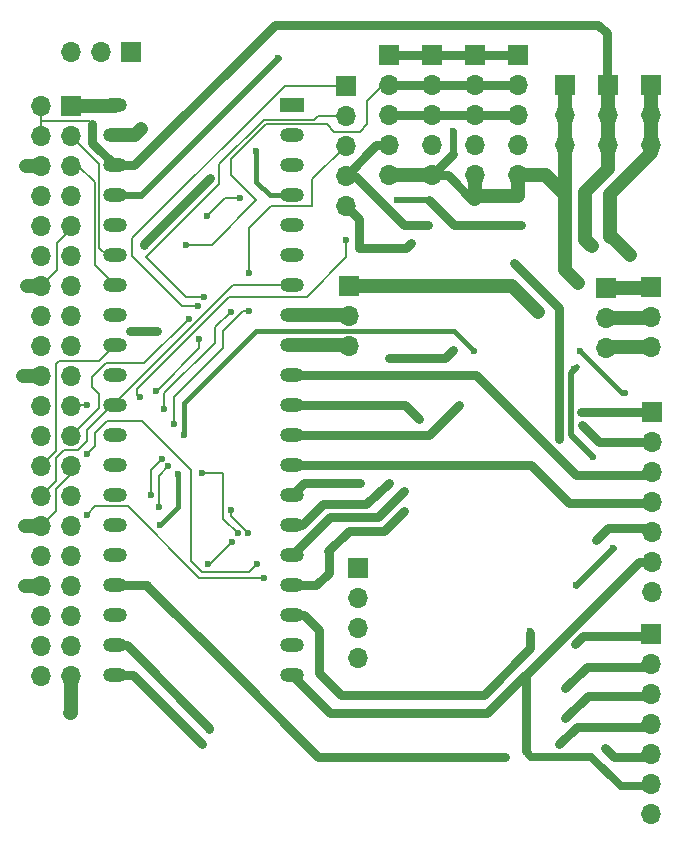
<source format=gtl>
G04 #@! TF.GenerationSoftware,KiCad,Pcbnew,8.0.5*
G04 #@! TF.CreationDate,2024-10-14T11:26:21+05:00*
G04 #@! TF.ProjectId,2floor_for_orange_pi,32666c6f-6f72-45f6-966f-725f6f72616e,rev?*
G04 #@! TF.SameCoordinates,Original*
G04 #@! TF.FileFunction,Copper,L1,Top*
G04 #@! TF.FilePolarity,Positive*
%FSLAX46Y46*%
G04 Gerber Fmt 4.6, Leading zero omitted, Abs format (unit mm)*
G04 Created by KiCad (PCBNEW 8.0.5) date 2024-10-14 11:26:21*
%MOMM*%
%LPD*%
G01*
G04 APERTURE LIST*
G04 #@! TA.AperFunction,ComponentPad*
%ADD10R,1.700000X1.700000*%
G04 #@! TD*
G04 #@! TA.AperFunction,ComponentPad*
%ADD11O,1.700000X1.700000*%
G04 #@! TD*
G04 #@! TA.AperFunction,ComponentPad*
%ADD12R,2.000000X1.200000*%
G04 #@! TD*
G04 #@! TA.AperFunction,ComponentPad*
%ADD13O,2.000000X1.200000*%
G04 #@! TD*
G04 #@! TA.AperFunction,ViaPad*
%ADD14C,0.600000*%
G04 #@! TD*
G04 #@! TA.AperFunction,Conductor*
%ADD15C,0.800000*%
G04 #@! TD*
G04 #@! TA.AperFunction,Conductor*
%ADD16C,0.200000*%
G04 #@! TD*
G04 #@! TA.AperFunction,Conductor*
%ADD17C,1.200000*%
G04 #@! TD*
G04 #@! TA.AperFunction,Conductor*
%ADD18C,0.600000*%
G04 #@! TD*
G04 #@! TA.AperFunction,Conductor*
%ADD19C,0.400000*%
G04 #@! TD*
G04 #@! TA.AperFunction,Conductor*
%ADD20C,0.500000*%
G04 #@! TD*
G04 #@! TA.AperFunction,Conductor*
%ADD21C,0.700000*%
G04 #@! TD*
G04 APERTURE END LIST*
D10*
G04 #@! TO.P,J8,1*
G04 #@! TO.N,GND*
X74500000Y-39320000D03*
D11*
G04 #@! TO.P,J8,2*
G04 #@! TO.N,unconnected-(J8-Pad2)*
X74500000Y-41860000D03*
G04 #@! TO.P,J8,3*
G04 #@! TO.N,unconnected-(J8-Pad3)*
X74500000Y-44400000D03*
G04 #@! TD*
D10*
G04 #@! TO.P,J1,1,3V3*
G04 #@! TO.N,+3V3*
X25430000Y-23930000D03*
D11*
G04 #@! TO.P,J1,2,5V*
G04 #@! TO.N,+5V*
X22890000Y-23930000D03*
G04 #@! TO.P,J1,3,(PA12)/TWI0_SDA*
G04 #@! TO.N,Net-(J1-(PA12){slash}TWI0_SDA)*
X25430000Y-26470000D03*
G04 #@! TO.P,J1,4,5V*
G04 #@! TO.N,+5V*
X22890000Y-26470000D03*
G04 #@! TO.P,J1,5,(PA11)/TWI0_SCK*
G04 #@! TO.N,Net-(J1-(PA11){slash}TWI0_SCK)*
X25430000Y-29010000D03*
G04 #@! TO.P,J1,6,GND*
G04 #@! TO.N,GND*
X22890000Y-29010000D03*
G04 #@! TO.P,J1,7,(PA6)/PWM1*
G04 #@! TO.N,unconnected-(J1-(PA6){slash}PWM1-Pad7)*
X25430000Y-31550000D03*
G04 #@! TO.P,J1,8,(PA13)/UART3_TX*
G04 #@! TO.N,unconnected-(J1-(PA13){slash}UART3_TX-Pad8)*
X22890000Y-31550000D03*
G04 #@! TO.P,J1,9,GND*
G04 #@! TO.N,GND*
X25430000Y-34090000D03*
G04 #@! TO.P,J1,10,(PA14)/UART3_RX*
G04 #@! TO.N,unconnected-(J1-(PA14){slash}UART3_RX-Pad10)*
X22890000Y-34090000D03*
G04 #@! TO.P,J1,11,(PA1)/UART2_RX*
G04 #@! TO.N,unconnected-(J1-(PA1){slash}UART2_RX-Pad11)*
X25430000Y-36630000D03*
G04 #@! TO.P,J1,12,(PD14)/PD14*
G04 #@! TO.N,unconnected-(J1-(PD14){slash}PD14-Pad12)*
X22890000Y-36630000D03*
G04 #@! TO.P,J1,13,(PA0)/UART2_TX*
G04 #@! TO.N,unconnected-(J1-(PA0){slash}UART2_TX-Pad13)*
X25430000Y-39170000D03*
G04 #@! TO.P,J1,14,GND*
G04 #@! TO.N,GND*
X22890000Y-39170000D03*
G04 #@! TO.P,J1,15,(PA3)/UART2_CTS*
G04 #@! TO.N,unconnected-(J1-(PA3){slash}UART2_CTS-Pad15)*
X25430000Y-41710000D03*
G04 #@! TO.P,J1,16,(PC4)/PC4*
G04 #@! TO.N,unconnected-(J1-(PC4){slash}PC4-Pad16)*
X22890000Y-41710000D03*
G04 #@! TO.P,J1,17,3V3*
G04 #@! TO.N,+3V3*
X25430000Y-44250000D03*
G04 #@! TO.P,J1,18,(PC7)/CAN_RX*
G04 #@! TO.N,unconnected-(J1-(PC7){slash}CAN_RX-Pad18)*
X22890000Y-44250000D03*
G04 #@! TO.P,J1,19,(PC0)/SPI0_MOSI*
G04 #@! TO.N,Net-(J1-(PC0){slash}SPI0_MOSI)*
X25430000Y-46790000D03*
G04 #@! TO.P,J1,20,GND*
G04 #@! TO.N,GND*
X22890000Y-46790000D03*
G04 #@! TO.P,J1,21,(PC1)/SPI0_MISO*
G04 #@! TO.N,Net-(J1-(PC1){slash}SPI0_MISO)*
X25430000Y-49330000D03*
G04 #@! TO.P,J1,22,(PA2)/UART2_RTS*
G04 #@! TO.N,unconnected-(J1-(PA2){slash}UART2_RTS-Pad22)*
X22890000Y-49330000D03*
G04 #@! TO.P,J1,23,(PC2)/SPI0_SCK*
G04 #@! TO.N,Net-(J1-(PC2){slash}SPI0_SCK)*
X25430000Y-51870000D03*
G04 #@! TO.P,J1,24,(PC3}/SPI0_CS*
G04 #@! TO.N,Net-(J1-(PC3}{slash}SPI0_CS)*
X22890000Y-51870000D03*
G04 #@! TO.P,J1,25,GND*
G04 #@! TO.N,GND*
X25430000Y-54410000D03*
G04 #@! TO.P,J1,26,(PA21)*
G04 #@! TO.N,/PCM0_DIN*
X22890000Y-54410000D03*
G04 #@! TO.P,J1,27,(PA19)*
G04 #@! TO.N,/PCM0_CLCK*
X25430000Y-56950000D03*
G04 #@! TO.P,J1,28,(PA18)*
G04 #@! TO.N,/PCM0_SYNC*
X22890000Y-56950000D03*
G04 #@! TO.P,J1,29,(PA7)/PA7*
G04 #@! TO.N,unconnected-(J1-(PA7){slash}PA7-Pad29)*
X25430000Y-59490000D03*
G04 #@! TO.P,J1,30,GND*
G04 #@! TO.N,GND*
X22890000Y-59490000D03*
G04 #@! TO.P,J1,31,(PA8)/PA8*
G04 #@! TO.N,unconnected-(J1-(PA8){slash}PA8-Pad31)*
X25430000Y-62030000D03*
G04 #@! TO.P,J1,32,(PG8)/UART1_RTS*
G04 #@! TO.N,unconnected-(J1-(PG8){slash}UART1_RTS-Pad32)*
X22890000Y-62030000D03*
G04 #@! TO.P,J1,33,(PA9)/PA9*
G04 #@! TO.N,unconnected-(J1-(PA9){slash}PA9-Pad33)*
X25430000Y-64570000D03*
G04 #@! TO.P,J1,34,GND*
G04 #@! TO.N,GND*
X22890000Y-64570000D03*
G04 #@! TO.P,J1,35,(PA10)/PA10*
G04 #@! TO.N,unconnected-(J1-(PA10){slash}PA10-Pad35)*
X25430000Y-67110000D03*
G04 #@! TO.P,J1,36,(PG9)/UART1_CTS*
G04 #@! TO.N,unconnected-(J1-(PG9){slash}UART1_CTS-Pad36)*
X22890000Y-67110000D03*
G04 #@! TO.P,J1,37,(PA20)/PA20*
G04 #@! TO.N,/PCM0_DOUT*
X25430000Y-69650000D03*
G04 #@! TO.P,J1,38,(PG6)/UART1_TX*
G04 #@! TO.N,unconnected-(J1-(PG6){slash}UART1_TX-Pad38)*
X22890000Y-69650000D03*
G04 #@! TO.P,J1,39,GND*
G04 #@! TO.N,GND*
X25430000Y-72190000D03*
G04 #@! TO.P,J1,40,(PG7)/UART1_RX*
G04 #@! TO.N,unconnected-(J1-(PG7){slash}UART1_RX-Pad40)*
X22890000Y-72190000D03*
G04 #@! TD*
D10*
G04 #@! TO.P,J16,1*
G04 #@! TO.N,/SPI5_SCK*
X63230000Y-19670000D03*
D11*
G04 #@! TO.P,J16,2*
G04 #@! TO.N,/SPI5_MOSI*
X63230000Y-22210000D03*
G04 #@! TO.P,J16,3*
G04 #@! TO.N,/SPI5_MISO*
X63230000Y-24750000D03*
G04 #@! TO.P,J16,4*
G04 #@! TO.N,/SPI5_CS3*
X63230000Y-27290000D03*
G04 #@! TO.P,J16,5*
G04 #@! TO.N,GND*
X63230000Y-29830000D03*
G04 #@! TD*
D10*
G04 #@! TO.P,J7,1*
G04 #@! TO.N,GND*
X48910000Y-39190000D03*
D11*
G04 #@! TO.P,J7,2*
G04 #@! TO.N,/UART_TX*
X48910000Y-41730000D03*
G04 #@! TO.P,J7,3*
G04 #@! TO.N,/UART_RX*
X48910000Y-44270000D03*
G04 #@! TD*
D10*
G04 #@! TO.P,J9,1*
G04 #@! TO.N,GND*
X70740000Y-39340000D03*
D11*
G04 #@! TO.P,J9,2*
G04 #@! TO.N,unconnected-(J8-Pad2)*
X70740000Y-41880000D03*
G04 #@! TO.P,J9,3*
G04 #@! TO.N,unconnected-(J8-Pad3)*
X70740000Y-44420000D03*
G04 #@! TD*
D10*
G04 #@! TO.P,J17,1*
G04 #@! TO.N,Net-(U1-C14)*
X30480000Y-19430000D03*
D11*
G04 #@! TO.P,J17,2*
G04 #@! TO.N,Net-(U1-C15)*
X27940000Y-19430000D03*
G04 #@! TO.P,J17,3*
G04 #@! TO.N,Net-(U1-B9)*
X25400000Y-19430000D03*
G04 #@! TD*
D12*
G04 #@! TO.P,U1,1,VBat*
G04 #@! TO.N,unconnected-(U1-VBat-Pad1)*
X44120000Y-23910000D03*
D13*
G04 #@! TO.P,U1,2,PC13*
G04 #@! TO.N,unconnected-(U1-PC13-Pad2)*
X44120000Y-26450000D03*
G04 #@! TO.P,U1,3,C14*
G04 #@! TO.N,Net-(U1-C14)*
X44120000Y-28990000D03*
G04 #@! TO.P,U1,4,C15*
G04 #@! TO.N,Net-(U1-C15)*
X44120000Y-31530000D03*
G04 #@! TO.P,U1,5,RST*
G04 #@! TO.N,unconnected-(U1-RST-Pad5)*
X44120000Y-34070000D03*
G04 #@! TO.P,U1,6,A0*
G04 #@! TO.N,unconnected-(U1-A0-Pad6)*
X44120000Y-36610000D03*
G04 #@! TO.P,U1,7,A1*
G04 #@! TO.N,/PCM0_SYNC*
X44120000Y-39150000D03*
G04 #@! TO.P,U1,8,A2*
G04 #@! TO.N,/UART_TX*
X44120000Y-41690000D03*
G04 #@! TO.P,U1,9,A3*
G04 #@! TO.N,/UART_RX*
X44120000Y-44230000D03*
G04 #@! TO.P,U1,10,A4*
G04 #@! TO.N,/I2S1_LRCK*
X44120000Y-46770000D03*
G04 #@! TO.P,U1,11,A5*
G04 #@! TO.N,/I2S1_BCK*
X44120000Y-49310000D03*
G04 #@! TO.P,U1,12,A6*
G04 #@! TO.N,/I2S2_SCK*
X44120000Y-51850000D03*
G04 #@! TO.P,U1,13,A7*
G04 #@! TO.N,/I2S1_Data_Out*
X44120000Y-54390000D03*
G04 #@! TO.P,U1,14,B0*
G04 #@! TO.N,/SPI5_SCK*
X44120000Y-56930000D03*
G04 #@! TO.P,U1,15,B1*
G04 #@! TO.N,/SPI5_CS1*
X44120000Y-59470000D03*
G04 #@! TO.P,U1,16,B2*
G04 #@! TO.N,/ST7735_RES*
X44120000Y-62010000D03*
G04 #@! TO.P,U1,17,B10*
G04 #@! TO.N,/ST7735_CS*
X44120000Y-64550000D03*
G04 #@! TO.P,U1,18,3V3*
G04 #@! TO.N,+3V3*
X44120000Y-67090000D03*
G04 #@! TO.P,U1,19,G*
G04 #@! TO.N,GND*
X44120000Y-69630000D03*
G04 #@! TO.P,U1,20,5v*
G04 #@! TO.N,+5V*
X44120000Y-72170000D03*
G04 #@! TO.P,U1,21,B12*
G04 #@! TO.N,/I2S2_LRCK*
X29120000Y-72170000D03*
G04 #@! TO.P,U1,22,B13*
G04 #@! TO.N,/I2S2_BCK*
X29120000Y-69630000D03*
G04 #@! TO.P,U1,23,B14*
G04 #@! TO.N,/ST7735_DC*
X29120000Y-67090000D03*
G04 #@! TO.P,U1,24,B15*
G04 #@! TO.N,/I2S2_DATA_IN*
X29120000Y-64550000D03*
G04 #@! TO.P,U1,25,A8*
G04 #@! TO.N,/ST7735_BL*
X29120000Y-62010000D03*
G04 #@! TO.P,U1,26,A9*
G04 #@! TO.N,/SPI5_CS2*
X29120000Y-59470000D03*
G04 #@! TO.P,U1,27,A10*
G04 #@! TO.N,/SPI5_MOSI*
X29120000Y-56930000D03*
G04 #@! TO.P,U1,28,A11*
G04 #@! TO.N,/TIM1_PWM_OUTPUT*
X29120000Y-54390000D03*
G04 #@! TO.P,U1,29,A12*
G04 #@! TO.N,/SPI5_MISO*
X29120000Y-51850000D03*
G04 #@! TO.P,U1,30,A15*
G04 #@! TO.N,/PCM0_SYNC*
X29120000Y-49310000D03*
G04 #@! TO.P,U1,31,B3*
G04 #@! TO.N,/PCM0_CLCK*
X29120000Y-46770000D03*
G04 #@! TO.P,U1,32,B4*
G04 #@! TO.N,/PCM0_DIN*
X29120000Y-44230000D03*
G04 #@! TO.P,U1,33,B5*
G04 #@! TO.N,/PCM0_DOUT*
X29120000Y-41690000D03*
G04 #@! TO.P,U1,34,B6*
G04 #@! TO.N,Net-(J1-(PA11){slash}TWI0_SCK)*
X29120000Y-39150000D03*
G04 #@! TO.P,U1,35,B7*
G04 #@! TO.N,Net-(J1-(PA12){slash}TWI0_SDA)*
X29120000Y-36610000D03*
G04 #@! TO.P,U1,36,B8*
G04 #@! TO.N,/SPI5_CS3*
X29120000Y-34070000D03*
G04 #@! TO.P,U1,37,B9*
G04 #@! TO.N,Net-(U1-B9)*
X29120000Y-31530000D03*
G04 #@! TO.P,U1,38,5v*
G04 #@! TO.N,+5V*
X29120000Y-28990000D03*
G04 #@! TO.P,U1,39,G*
G04 #@! TO.N,GND*
X29120000Y-26450000D03*
G04 #@! TO.P,U1,40,3V3*
G04 #@! TO.N,+3V3*
X29120000Y-23910000D03*
G04 #@! TD*
D10*
G04 #@! TO.P,J3,1*
G04 #@! TO.N,/I2S2_SCK*
X74560000Y-68660000D03*
D11*
G04 #@! TO.P,J3,2*
G04 #@! TO.N,/I2S2_BCK*
X74560000Y-71200000D03*
G04 #@! TO.P,J3,3*
G04 #@! TO.N,/I2S2_LRCK*
X74560000Y-73740000D03*
G04 #@! TO.P,J3,4*
G04 #@! TO.N,/I2S2_DATA_IN*
X74560000Y-76280000D03*
G04 #@! TO.P,J3,5*
G04 #@! TO.N,+3V3*
X74560000Y-78820000D03*
G04 #@! TO.P,J3,6*
G04 #@! TO.N,+5V*
X74560000Y-81360000D03*
G04 #@! TO.P,J3,7*
G04 #@! TO.N,GND*
X74560000Y-83900000D03*
G04 #@! TD*
D10*
G04 #@! TO.P,J14,1*
G04 #@! TO.N,/SPI5_SCK*
X55980000Y-19680000D03*
D11*
G04 #@! TO.P,J14,2*
G04 #@! TO.N,/SPI5_MOSI*
X55980000Y-22220000D03*
G04 #@! TO.P,J14,3*
G04 #@! TO.N,/SPI5_MISO*
X55980000Y-24760000D03*
G04 #@! TO.P,J14,4*
G04 #@! TO.N,/SPI5_CS1*
X55980000Y-27300000D03*
G04 #@! TO.P,J14,5*
G04 #@! TO.N,GND*
X55980000Y-29840000D03*
G04 #@! TD*
D10*
G04 #@! TO.P,J2,1*
G04 #@! TO.N,/I2S2_SCK*
X74570000Y-49840000D03*
D11*
G04 #@! TO.P,J2,2*
G04 #@! TO.N,/I2S1_BCK*
X74570000Y-52380000D03*
G04 #@! TO.P,J2,3*
G04 #@! TO.N,/I2S1_LRCK*
X74570000Y-54920000D03*
G04 #@! TO.P,J2,4*
G04 #@! TO.N,/I2S1_Data_Out*
X74570000Y-57460000D03*
G04 #@! TO.P,J2,5*
G04 #@! TO.N,+3V3*
X74570000Y-60000000D03*
G04 #@! TO.P,J2,6*
G04 #@! TO.N,+5V*
X74570000Y-62540000D03*
G04 #@! TO.P,J2,7*
G04 #@! TO.N,GND*
X74570000Y-65080000D03*
G04 #@! TD*
D10*
G04 #@! TO.P,J6,1*
G04 #@! TO.N,GND*
X67280000Y-22200000D03*
D11*
G04 #@! TO.P,J6,2*
X67280000Y-24740000D03*
G04 #@! TO.P,J6,3*
X67280000Y-27280000D03*
G04 #@! TD*
D10*
G04 #@! TO.P,J13,1*
G04 #@! TO.N,/SPI5_SCK*
X52340000Y-19680000D03*
D11*
G04 #@! TO.P,J13,2*
G04 #@! TO.N,/SPI5_MOSI*
X52340000Y-22220000D03*
G04 #@! TO.P,J13,3*
G04 #@! TO.N,/SPI5_MISO*
X52340000Y-24760000D03*
G04 #@! TO.P,J13,4*
G04 #@! TO.N,/ST7735_CS*
X52340000Y-27300000D03*
G04 #@! TO.P,J13,5*
G04 #@! TO.N,GND*
X52340000Y-29840000D03*
G04 #@! TD*
D10*
G04 #@! TO.P,J5,1*
G04 #@! TO.N,+5V*
X70880000Y-22200000D03*
D11*
G04 #@! TO.P,J5,2*
X70880000Y-24740000D03*
G04 #@! TO.P,J5,3*
X70880000Y-27280000D03*
G04 #@! TD*
D10*
G04 #@! TO.P,J4,1*
G04 #@! TO.N,+3V3*
X74520000Y-22200000D03*
D11*
G04 #@! TO.P,J4,2*
X74520000Y-24740000D03*
G04 #@! TO.P,J4,3*
X74520000Y-27280000D03*
G04 #@! TD*
D10*
G04 #@! TO.P,J11,1*
G04 #@! TO.N,Net-(J1-(PC2){slash}SPI0_SCK)*
X49690000Y-63120000D03*
D11*
G04 #@! TO.P,J11,2*
G04 #@! TO.N,Net-(J1-(PC0){slash}SPI0_MOSI)*
X49690000Y-65660000D03*
G04 #@! TO.P,J11,3*
G04 #@! TO.N,Net-(J1-(PC1){slash}SPI0_MISO)*
X49690000Y-68200000D03*
G04 #@! TO.P,J11,4*
G04 #@! TO.N,Net-(J1-(PC3}{slash}SPI0_CS)*
X49690000Y-70740000D03*
G04 #@! TD*
D10*
G04 #@! TO.P,J15,1*
G04 #@! TO.N,/SPI5_SCK*
X59610000Y-19690000D03*
D11*
G04 #@! TO.P,J15,2*
G04 #@! TO.N,/SPI5_MOSI*
X59610000Y-22230000D03*
G04 #@! TO.P,J15,3*
G04 #@! TO.N,/SPI5_MISO*
X59610000Y-24770000D03*
G04 #@! TO.P,J15,4*
G04 #@! TO.N,/SPI5_CS2*
X59610000Y-27310000D03*
G04 #@! TO.P,J15,5*
G04 #@! TO.N,GND*
X59610000Y-29850000D03*
G04 #@! TD*
D10*
G04 #@! TO.P,J12,1*
G04 #@! TO.N,/TIM1_PWM_OUTPUT*
X48660000Y-22250000D03*
D11*
G04 #@! TO.P,J12,2*
G04 #@! TO.N,/ST7735_BL*
X48660000Y-24790000D03*
G04 #@! TO.P,J12,3*
G04 #@! TO.N,/ST7735_DC*
X48660000Y-27330000D03*
G04 #@! TO.P,J12,4*
G04 #@! TO.N,/ST7735_CS*
X48660000Y-29870000D03*
G04 #@! TO.P,J12,5*
G04 #@! TO.N,/ST7735_RES*
X48660000Y-32410000D03*
G04 #@! TD*
D14*
G04 #@! TO.N,Net-(J1-(PC0){slash}SPI0_MOSI)*
X36500000Y-55020000D03*
X39520000Y-60150000D03*
G04 #@! TO.N,GND*
X72290000Y-48250000D03*
X25360000Y-75400000D03*
X64970000Y-41370000D03*
X21620000Y-29010000D03*
X57780000Y-26100000D03*
X63220000Y-31610000D03*
X68335000Y-38925000D03*
X21500000Y-59490000D03*
X21350000Y-46770000D03*
X21560000Y-64570000D03*
X59490000Y-31970000D03*
X68550000Y-44700000D03*
X21650000Y-39170000D03*
X31370000Y-25950000D03*
G04 #@! TO.N,+3V3*
X72775000Y-36625000D03*
X69630000Y-53720000D03*
X68030000Y-46230000D03*
X30400000Y-43050000D03*
X32740000Y-43110000D03*
X70620000Y-78300000D03*
X64300000Y-68440000D03*
X70280000Y-60340000D03*
X31560000Y-35710000D03*
X37215000Y-30035000D03*
G04 #@! TO.N,+5V*
X69510000Y-35850000D03*
X66710000Y-52170000D03*
X62995000Y-37335000D03*
X63830000Y-72170000D03*
G04 #@! TO.N,Net-(J1-(PC3}{slash}SPI0_CS)*
X41760000Y-63890000D03*
X26770000Y-58560000D03*
G04 #@! TO.N,Net-(J1-(PC1){slash}SPI0_MISO)*
X26780000Y-53440000D03*
X41130000Y-62750000D03*
X26780000Y-49320000D03*
G04 #@! TO.N,Net-(J1-(PC2){slash}SPI0_SCK)*
X35370000Y-41990000D03*
X38950000Y-58180000D03*
X40430000Y-60100000D03*
G04 #@! TO.N,/I2S2_SCK*
X68110000Y-69520000D03*
X68155000Y-64545000D03*
X71300000Y-61400000D03*
X58300000Y-49290000D03*
X68600000Y-49840000D03*
G04 #@! TO.N,/I2S1_BCK*
X54920000Y-50500000D03*
X68660000Y-50960000D03*
G04 #@! TO.N,/I2S2_LRCK*
X67270000Y-75820000D03*
X36510000Y-77980000D03*
G04 #@! TO.N,/I2S2_BCK*
X67280000Y-73280000D03*
X37130000Y-76610000D03*
G04 #@! TO.N,/I2S2_DATA_IN*
X62150000Y-79060000D03*
X66770000Y-78010000D03*
G04 #@! TO.N,/SPI5_MOSI*
X33310000Y-49590000D03*
X33100000Y-53850000D03*
X38920000Y-41390000D03*
X32200000Y-56930000D03*
X35110000Y-35720000D03*
G04 #@! TO.N,/SPI5_MISO*
X31230000Y-48610000D03*
X48740000Y-35350000D03*
G04 #@! TO.N,/SPI5_SCK*
X49850000Y-55890000D03*
G04 #@! TO.N,/ST7735_CS*
X53580000Y-58250000D03*
X55630000Y-34080000D03*
G04 #@! TO.N,/ST7735_DC*
X40490000Y-41330000D03*
X32880000Y-57940000D03*
X40510000Y-38130000D03*
X34170000Y-50870000D03*
X33660000Y-54480000D03*
G04 #@! TO.N,/TIM1_PWM_OUTPUT*
X36280000Y-43700000D03*
X32620000Y-48090000D03*
X36150000Y-40920000D03*
G04 #@! TO.N,/ST7735_BL*
X39010000Y-60880000D03*
X36660000Y-40110000D03*
X36990000Y-62770000D03*
G04 #@! TO.N,/ST7735_RES*
X54200000Y-35550000D03*
X53570000Y-56600000D03*
G04 #@! TO.N,/SPI5_CS1*
X57080000Y-45320000D03*
X52320000Y-55930000D03*
X52370000Y-45320000D03*
X57810000Y-44620000D03*
G04 #@! TO.N,/SPI5_CS2*
X59500000Y-44700000D03*
X32960000Y-59470000D03*
X34500000Y-55110000D03*
X34960000Y-51840000D03*
G04 #@! TO.N,/SPI5_CS3*
X63480000Y-34080000D03*
X39690000Y-31800000D03*
X53000000Y-31900000D03*
X36920000Y-33320000D03*
G04 #@! TO.N,Net-(U1-C15)*
X41100000Y-27760000D03*
G04 #@! TO.N,Net-(U1-B9)*
X42910000Y-19940000D03*
G04 #@! TD*
D15*
G04 #@! TO.N,GND*
X55980000Y-29840000D02*
X57360000Y-29840000D01*
X57360000Y-29840000D02*
X59490000Y-31970000D01*
D16*
G04 #@! TO.N,Net-(J1-(PC0){slash}SPI0_MOSI)*
X38250000Y-55020000D02*
X38270000Y-55000000D01*
X38270000Y-55000000D02*
X38270000Y-58900000D01*
X38270000Y-58900000D02*
X39520000Y-60150000D01*
X36500000Y-55020000D02*
X38250000Y-55020000D01*
D17*
G04 #@! TO.N,GND*
X63230000Y-29830000D02*
X65600000Y-29830000D01*
X59850000Y-31610000D02*
X63220000Y-31610000D01*
X22890000Y-39170000D02*
X21650000Y-39170000D01*
X59600000Y-29840000D02*
X59610000Y-29850000D01*
X22890000Y-64570000D02*
X21560000Y-64570000D01*
D18*
X57780000Y-28040000D02*
X57780000Y-26100000D01*
D16*
X24130000Y-58250000D02*
X22890000Y-59490000D01*
X21370000Y-46790000D02*
X21350000Y-46770000D01*
X24210000Y-35590000D02*
X24210000Y-37850000D01*
D17*
X52340000Y-29840000D02*
X55980000Y-29840000D01*
X29120000Y-26450000D02*
X30870000Y-26450000D01*
D19*
X72290000Y-48250000D02*
X72100000Y-48250000D01*
D16*
X25430000Y-55120000D02*
X24130000Y-56420000D01*
D15*
X55980000Y-29840000D02*
X57780000Y-28040000D01*
D17*
X62790000Y-39190000D02*
X48910000Y-39190000D01*
D16*
X25430000Y-54410000D02*
X25430000Y-55120000D01*
D17*
X22890000Y-29010000D02*
X21620000Y-29010000D01*
X70740000Y-39340000D02*
X74480000Y-39340000D01*
X67280000Y-22200000D02*
X67280000Y-37870000D01*
X22890000Y-46790000D02*
X21370000Y-46790000D01*
X67280000Y-37870000D02*
X68335000Y-38925000D01*
D19*
X72100000Y-48250000D02*
X68550000Y-44700000D01*
D17*
X30870000Y-26450000D02*
X31370000Y-25950000D01*
X65600000Y-29830000D02*
X67280000Y-31510000D01*
X67280000Y-22200000D02*
X67280000Y-27280000D01*
D16*
X24130000Y-56420000D02*
X24130000Y-58250000D01*
D17*
X64970000Y-41370000D02*
X62790000Y-39190000D01*
X25360000Y-75400000D02*
X25430000Y-75330000D01*
D16*
X25430000Y-34090000D02*
X25430000Y-34370000D01*
X24200000Y-37860000D02*
X22890000Y-39170000D01*
X25430000Y-34370000D02*
X24210000Y-35590000D01*
D17*
X25430000Y-75330000D02*
X25430000Y-72190000D01*
X22890000Y-59490000D02*
X21500000Y-59490000D01*
X59610000Y-29850000D02*
X59610000Y-31850000D01*
D16*
X74480000Y-39340000D02*
X74500000Y-39320000D01*
X57770000Y-26110000D02*
X57780000Y-26100000D01*
D17*
X63220000Y-31610000D02*
X63220000Y-29840000D01*
D16*
X63220000Y-29840000D02*
X63230000Y-29830000D01*
G04 #@! TO.N,/PCM0_SYNC*
X22890000Y-56950000D02*
X24130000Y-55710000D01*
X25990000Y-53130000D02*
X26750000Y-52370000D01*
X24130000Y-55710000D02*
X24130000Y-53800000D01*
X29120000Y-49150000D02*
X39120000Y-39150000D01*
X24800000Y-53130000D02*
X25990000Y-53130000D01*
X26750000Y-52370000D02*
X26750000Y-51440000D01*
X28880000Y-49310000D02*
X29120000Y-49310000D01*
X24130000Y-53800000D02*
X24800000Y-53130000D01*
X29120000Y-49310000D02*
X29120000Y-49150000D01*
X26750000Y-51440000D02*
X28880000Y-49310000D01*
X39120000Y-39150000D02*
X44120000Y-39150000D01*
D17*
G04 #@! TO.N,+3V3*
X71190000Y-35040000D02*
X72775000Y-36625000D01*
D15*
X64300000Y-68560000D02*
X64300000Y-69900000D01*
X64300000Y-69900000D02*
X60360000Y-73840000D01*
X48310000Y-73870000D02*
X46390000Y-71950000D01*
X70880000Y-59690000D02*
X69890000Y-60680000D01*
X31560000Y-35690000D02*
X31560000Y-35710000D01*
X70620000Y-78300000D02*
X71430000Y-79110000D01*
D20*
X72775000Y-36625000D02*
X72810000Y-36660000D01*
D15*
X46390000Y-71950000D02*
X46390000Y-68340000D01*
X74260000Y-59690000D02*
X70880000Y-59690000D01*
X48780000Y-73870000D02*
X48310000Y-73870000D01*
D20*
X69630000Y-53720000D02*
X67710000Y-51800000D01*
D15*
X60360000Y-73840000D02*
X48810000Y-73840000D01*
D17*
X74520000Y-27280000D02*
X74520000Y-27950000D01*
X71090000Y-35040000D02*
X71190000Y-35040000D01*
D20*
X67710000Y-46580000D02*
X68240000Y-46050000D01*
D15*
X48810000Y-73840000D02*
X48780000Y-73870000D01*
X44120000Y-67090000D02*
X45140000Y-67090000D01*
D16*
X32680000Y-43050000D02*
X32740000Y-43110000D01*
D17*
X71090000Y-31440000D02*
X71090000Y-35040000D01*
X71060000Y-31410000D02*
X71090000Y-31440000D01*
D15*
X71430000Y-79110000D02*
X74470000Y-79110000D01*
X46390000Y-68340000D02*
X45140000Y-67090000D01*
D17*
X29100000Y-23930000D02*
X25430000Y-23930000D01*
D15*
X74570000Y-60000000D02*
X74260000Y-59690000D01*
X74470000Y-79110000D02*
X74540000Y-79040000D01*
X30400000Y-43050000D02*
X32680000Y-43050000D01*
D17*
X74520000Y-27950000D02*
X71060000Y-31410000D01*
D20*
X67710000Y-51800000D02*
X67710000Y-46580000D01*
D16*
X29120000Y-23910000D02*
X29100000Y-23930000D01*
D17*
X74520000Y-22200000D02*
X74520000Y-27280000D01*
D15*
X37215000Y-30035000D02*
X31560000Y-35690000D01*
G04 #@! TO.N,+5V*
X70780000Y-17790000D02*
X70780000Y-22100000D01*
D17*
X70880000Y-22200000D02*
X70880000Y-27280000D01*
D15*
X44120000Y-72170000D02*
X47340000Y-75390000D01*
D17*
X70880000Y-29290000D02*
X68960000Y-31210000D01*
D15*
X63830000Y-72170000D02*
X63910000Y-72170000D01*
X42690000Y-17070000D02*
X70060000Y-17070000D01*
X63910000Y-72170000D02*
X63910000Y-78620000D01*
X62995000Y-37335000D02*
X62950000Y-37290000D01*
D17*
X70880000Y-27280000D02*
X70880000Y-29290000D01*
D15*
X29120000Y-28990000D02*
X30770000Y-28990000D01*
D21*
X71960000Y-81580000D02*
X69460000Y-79080000D01*
X69460000Y-79080000D02*
X64370000Y-79080000D01*
D15*
X63910000Y-72170000D02*
X73540000Y-62540000D01*
D16*
X22920000Y-25220000D02*
X26950000Y-25220000D01*
D15*
X27210000Y-27080000D02*
X27210000Y-25480000D01*
D21*
X74540000Y-81580000D02*
X71960000Y-81580000D01*
D15*
X70060000Y-17070000D02*
X70780000Y-17790000D01*
X73540000Y-62540000D02*
X74570000Y-62540000D01*
X66710000Y-41050000D02*
X62995000Y-37335000D01*
X47340000Y-75390000D02*
X60610000Y-75390000D01*
X66710000Y-52170000D02*
X66710000Y-41050000D01*
X70780000Y-22100000D02*
X70880000Y-22200000D01*
X29120000Y-28990000D02*
X27210000Y-27080000D01*
D17*
X68960000Y-35300000D02*
X69510000Y-35850000D01*
X68960000Y-31210000D02*
X68960000Y-35300000D01*
D15*
X60610000Y-75390000D02*
X63830000Y-72170000D01*
X30770000Y-28990000D02*
X42690000Y-17070000D01*
D21*
X64370000Y-79080000D02*
X63910000Y-78620000D01*
D16*
X22890000Y-23930000D02*
X22890000Y-26470000D01*
X26950000Y-25220000D02*
X27210000Y-25480000D01*
G04 #@! TO.N,/PCM0_DIN*
X24150000Y-53150000D02*
X24150000Y-45800000D01*
X24150000Y-45800000D02*
X24370000Y-45580000D01*
X24370000Y-45580000D02*
X27770000Y-45580000D01*
X27770000Y-45580000D02*
X29120000Y-44230000D01*
X22890000Y-54410000D02*
X24150000Y-53150000D01*
G04 #@! TO.N,Net-(J1-(PC3}{slash}SPI0_CS)*
X30240000Y-57860000D02*
X36270000Y-63890000D01*
X36270000Y-63890000D02*
X41760000Y-63890000D01*
X26770000Y-58560000D02*
X27470000Y-57860000D01*
X27470000Y-57860000D02*
X30240000Y-57860000D01*
G04 #@! TO.N,Net-(J1-(PC1){slash}SPI0_MISO)*
X31440000Y-50650000D02*
X35570000Y-54780000D01*
X25440000Y-49320000D02*
X26780000Y-49320000D01*
X25430000Y-49330000D02*
X25440000Y-49320000D01*
X36490000Y-63400000D02*
X40480000Y-63400000D01*
X27467843Y-51642157D02*
X28460000Y-50650000D01*
X35570000Y-62480000D02*
X36490000Y-63400000D01*
X26780000Y-53440000D02*
X27467843Y-52752157D01*
X35570000Y-54780000D02*
X35570000Y-62480000D01*
X27467843Y-52752157D02*
X27467843Y-51642157D01*
X28460000Y-50650000D02*
X31440000Y-50650000D01*
X40480000Y-63400000D02*
X41130000Y-62750000D01*
G04 #@! TO.N,Net-(J1-(PA12){slash}TWI0_SDA)*
X28460000Y-36610000D02*
X27810000Y-35960000D01*
X27810000Y-28850000D02*
X25430000Y-26470000D01*
X29120000Y-36610000D02*
X28460000Y-36610000D01*
X27810000Y-35960000D02*
X27810000Y-28850000D01*
G04 #@! TO.N,Net-(J1-(PA11){slash}TWI0_SCK)*
X25430000Y-29010000D02*
X26030000Y-29010000D01*
X27410000Y-30390000D02*
X27410000Y-37440000D01*
X26030000Y-29010000D02*
X27410000Y-30390000D01*
X27410000Y-37440000D02*
X29120000Y-39150000D01*
G04 #@! TO.N,Net-(J1-(PC2){slash}SPI0_SCK)*
X27770000Y-49530000D02*
X27770000Y-48320000D01*
X25430000Y-51870000D02*
X27770000Y-49530000D01*
X40380000Y-60100000D02*
X40430000Y-60100000D01*
X28410000Y-45690000D02*
X31570000Y-45690000D01*
X27210000Y-47760000D02*
X27210000Y-46890000D01*
X27770000Y-48320000D02*
X27210000Y-47760000D01*
X38950000Y-58180000D02*
X38950000Y-58670000D01*
X38950000Y-58670000D02*
X40380000Y-60100000D01*
X31620000Y-45740000D02*
X35370000Y-41990000D01*
X27210000Y-46890000D02*
X28410000Y-45690000D01*
D15*
G04 #@! TO.N,/I2S2_SCK*
X68750000Y-68880000D02*
X68110000Y-69520000D01*
D18*
X68155000Y-64545000D02*
X71300000Y-61400000D01*
D15*
X44120000Y-51850000D02*
X55740000Y-51850000D01*
X74570000Y-49840000D02*
X68600000Y-49840000D01*
X74540000Y-68880000D02*
X68750000Y-68880000D01*
D16*
X68110000Y-64590000D02*
X68155000Y-64545000D01*
D15*
X55740000Y-51850000D02*
X58300000Y-49290000D01*
G04 #@! TO.N,/I2S1_Data_Out*
X44120000Y-54390000D02*
X64350000Y-54390000D01*
X67540000Y-57580000D02*
X74450000Y-57580000D01*
D16*
X74450000Y-57580000D02*
X74570000Y-57460000D01*
D15*
X64350000Y-54390000D02*
X67540000Y-57580000D01*
G04 #@! TO.N,/I2S1_BCK*
X44120000Y-49310000D02*
X53730000Y-49310000D01*
X74570000Y-52380000D02*
X70080000Y-52380000D01*
X53730000Y-49310000D02*
X54920000Y-50500000D01*
X70080000Y-52380000D02*
X68660000Y-50960000D01*
G04 #@! TO.N,/I2S1_LRCK*
X68140000Y-55200000D02*
X74290000Y-55200000D01*
X74290000Y-55200000D02*
X74570000Y-54920000D01*
X59710000Y-46770000D02*
X68140000Y-55200000D01*
X44120000Y-46770000D02*
X59710000Y-46770000D01*
G04 #@! TO.N,/I2S2_LRCK*
X29120000Y-72170000D02*
X30700000Y-72170000D01*
X74480000Y-73900000D02*
X69190000Y-73900000D01*
X30700000Y-72170000D02*
X36510000Y-77980000D01*
X69190000Y-73900000D02*
X67270000Y-75820000D01*
X36510000Y-77980000D02*
X36540000Y-77980000D01*
X74540000Y-73960000D02*
X74480000Y-73900000D01*
G04 #@! TO.N,/I2S2_BCK*
X29120000Y-69630000D02*
X30150000Y-69630000D01*
X37130000Y-76610000D02*
X37130000Y-76690000D01*
X74540000Y-71420000D02*
X74500000Y-71460000D01*
X74500000Y-71460000D02*
X69100000Y-71460000D01*
X30150000Y-69630000D02*
X37130000Y-76610000D01*
X69100000Y-71460000D02*
X67280000Y-73280000D01*
G04 #@! TO.N,/I2S2_DATA_IN*
X66770000Y-77990000D02*
X68230000Y-76530000D01*
X29120000Y-64550000D02*
X31870000Y-64550000D01*
X68230000Y-76530000D02*
X74510000Y-76530000D01*
X74510000Y-76530000D02*
X74540000Y-76500000D01*
X38250000Y-70960000D02*
X38260000Y-70960000D01*
X31870000Y-64550000D02*
X31870000Y-64580000D01*
X66770000Y-78010000D02*
X66770000Y-77990000D01*
X31870000Y-64580000D02*
X38250000Y-70960000D01*
X46360000Y-79060000D02*
X62150000Y-79060000D01*
X38260000Y-70960000D02*
X46360000Y-79060000D01*
D17*
G04 #@! TO.N,/UART_RX*
X48870000Y-44230000D02*
X48910000Y-44270000D01*
D16*
X48910000Y-44340000D02*
X48970000Y-44400000D01*
X48910000Y-44270000D02*
X48910000Y-44340000D01*
D17*
X44120000Y-44230000D02*
X48870000Y-44230000D01*
G04 #@! TO.N,/UART_TX*
X48870000Y-41690000D02*
X48910000Y-41730000D01*
X44120000Y-41690000D02*
X48870000Y-41690000D01*
D16*
X48910000Y-41800000D02*
X48970000Y-41860000D01*
X48910000Y-41730000D02*
X48910000Y-41800000D01*
G04 #@! TO.N,/SPI5_MOSI*
X37620000Y-44000000D02*
X37620000Y-42690000D01*
D15*
X52340000Y-22220000D02*
X63220000Y-22220000D01*
D16*
X32200000Y-54750000D02*
X33100000Y-53850000D01*
X38920000Y-41390000D02*
X38940000Y-41370000D01*
X50500000Y-23550000D02*
X51830000Y-22220000D01*
X49880000Y-26130000D02*
X47670000Y-26130000D01*
X50500000Y-25510000D02*
X49880000Y-26130000D01*
X41120000Y-31940000D02*
X37340000Y-35720000D01*
X33310000Y-48310000D02*
X37620000Y-44000000D01*
X38972843Y-28452843D02*
X38972843Y-29792843D01*
X47070000Y-25530000D02*
X41895686Y-25530000D01*
X47670000Y-26130000D02*
X47070000Y-25530000D01*
X32200000Y-56930000D02*
X32200000Y-54750000D01*
X38972843Y-29792843D02*
X41120000Y-31940000D01*
X37620000Y-42690000D02*
X38920000Y-41390000D01*
X33310000Y-49590000D02*
X33310000Y-48310000D01*
X63220000Y-22220000D02*
X63230000Y-22210000D01*
X37340000Y-35720000D02*
X35110000Y-35720000D01*
X50500000Y-23550000D02*
X50500000Y-25510000D01*
X41895686Y-25530000D02*
X38972843Y-28452843D01*
X51830000Y-22220000D02*
X52340000Y-22220000D01*
G04 #@! TO.N,/SPI5_MISO*
X38790000Y-40160000D02*
X31030000Y-47920000D01*
X48740000Y-36790000D02*
X45370000Y-40160000D01*
X31030000Y-48410000D02*
X31230000Y-48610000D01*
X48740000Y-35350000D02*
X48740000Y-36790000D01*
X45370000Y-40160000D02*
X38790000Y-40160000D01*
X63220000Y-24760000D02*
X63230000Y-24750000D01*
D15*
X52340000Y-24760000D02*
X63220000Y-24760000D01*
D16*
X31030000Y-47920000D02*
X31030000Y-48410000D01*
D15*
G04 #@! TO.N,/SPI5_SCK*
X52340000Y-19680000D02*
X63220000Y-19680000D01*
X44120000Y-56930000D02*
X45160000Y-55890000D01*
D16*
X63220000Y-19680000D02*
X63230000Y-19670000D01*
D15*
X45160000Y-55890000D02*
X49850000Y-55890000D01*
D17*
G04 #@! TO.N,unconnected-(J8-Pad3)*
X74500000Y-44400000D02*
X70760000Y-44400000D01*
D16*
X70760000Y-44400000D02*
X70740000Y-44420000D01*
G04 #@! TO.N,unconnected-(J8-Pad2)*
X74480000Y-41880000D02*
X74500000Y-41860000D01*
D17*
X70740000Y-41880000D02*
X74480000Y-41880000D01*
D15*
G04 #@! TO.N,/ST7735_CS*
X51890000Y-59940000D02*
X53580000Y-58250000D01*
X48940000Y-59940000D02*
X51890000Y-59940000D01*
X46200000Y-64550000D02*
X44120000Y-64550000D01*
X48660000Y-29870000D02*
X49430000Y-29870000D01*
X49430000Y-29870000D02*
X53600000Y-34040000D01*
X47210000Y-61670000D02*
X48940000Y-59940000D01*
X51230000Y-27300000D02*
X52340000Y-27300000D01*
X47225000Y-63525000D02*
X46200000Y-64550000D01*
D16*
X53580000Y-58250000D02*
X53680000Y-58250000D01*
D15*
X53600000Y-34040000D02*
X55670000Y-34040000D01*
X48660000Y-29870000D02*
X51230000Y-27300000D01*
X47225000Y-61655000D02*
X47225000Y-63525000D01*
D16*
G04 #@! TO.N,/ST7735_DC*
X42380000Y-32470000D02*
X40510000Y-34340000D01*
X48660000Y-27330000D02*
X45810000Y-30180000D01*
X34170000Y-50870000D02*
X34170000Y-48590000D01*
X32880000Y-57940000D02*
X32880000Y-55260000D01*
X40010000Y-41330000D02*
X40490000Y-41330000D01*
X45810000Y-30180000D02*
X45810000Y-32470000D01*
X38310000Y-44450000D02*
X38310000Y-43030000D01*
X40510000Y-34340000D02*
X40510000Y-38130000D01*
X34170000Y-48590000D02*
X38310000Y-44450000D01*
X45810000Y-32470000D02*
X42380000Y-32470000D01*
X32880000Y-55260000D02*
X33660000Y-54480000D01*
X38310000Y-43030000D02*
X40010000Y-41330000D01*
G04 #@! TO.N,/TIM1_PWM_OUTPUT*
X30600000Y-36700000D02*
X31590000Y-37690000D01*
X36280000Y-43700000D02*
X36280000Y-44500000D01*
X36150000Y-40920000D02*
X36190000Y-40920000D01*
X32690000Y-48090000D02*
X32620000Y-48090000D01*
X36280000Y-44500000D02*
X32690000Y-48090000D01*
X30600000Y-35150000D02*
X30600000Y-36700000D01*
X43500000Y-22250000D02*
X30600000Y-35150000D01*
X48660000Y-22250000D02*
X43500000Y-22250000D01*
X31590000Y-37690000D02*
X34820000Y-40920000D01*
X34820000Y-40920000D02*
X36150000Y-40920000D01*
G04 #@! TO.N,/ST7735_BL*
X31775000Y-36765000D02*
X35120000Y-40110000D01*
X41740000Y-25120000D02*
X37950000Y-28910000D01*
X46000000Y-25120000D02*
X41740000Y-25120000D01*
X37030000Y-62730000D02*
X36990000Y-62770000D01*
X37160000Y-62730000D02*
X37030000Y-62730000D01*
X46330000Y-24790000D02*
X46000000Y-25120000D01*
X48660000Y-24790000D02*
X46330000Y-24790000D01*
X37950000Y-28910000D02*
X37950000Y-30590000D01*
X35120000Y-40110000D02*
X36660000Y-40110000D01*
X39010000Y-60880000D02*
X37160000Y-62730000D01*
X37950000Y-30590000D02*
X31775000Y-36765000D01*
D15*
G04 #@! TO.N,/ST7735_RES*
X48660000Y-32410000D02*
X49820000Y-33570000D01*
X44120000Y-62010000D02*
X47350000Y-58780000D01*
X53800000Y-35950000D02*
X54200000Y-35550000D01*
X51390000Y-58780000D02*
X53570000Y-56600000D01*
X47350000Y-58780000D02*
X51390000Y-58780000D01*
X49820000Y-33570000D02*
X49820000Y-35950000D01*
X49820000Y-35950000D02*
X53800000Y-35950000D01*
D16*
G04 #@! TO.N,/SPI5_CS1*
X44960000Y-59470000D02*
X44120000Y-59470000D01*
D15*
X46750000Y-57680000D02*
X44960000Y-59470000D01*
X50350000Y-57680000D02*
X46750000Y-57680000D01*
X52320000Y-55930000D02*
X50350000Y-57680000D01*
X57080000Y-45320000D02*
X57770000Y-44630000D01*
X52370000Y-45320000D02*
X57080000Y-45320000D01*
D19*
G04 #@! TO.N,/SPI5_CS2*
X34500000Y-57930000D02*
X34500000Y-55110000D01*
X57820000Y-43020000D02*
X59500000Y-44700000D01*
X32960000Y-59470000D02*
X34500000Y-57930000D01*
X34960000Y-51840000D02*
X34960000Y-49150000D01*
D16*
X59500000Y-44700000D02*
X59520000Y-44720000D01*
D19*
X34960000Y-49150000D02*
X41090000Y-43020000D01*
X41090000Y-43020000D02*
X57820000Y-43020000D01*
D20*
G04 #@! TO.N,/SPI5_CS3*
X55690000Y-31900000D02*
X53000000Y-31900000D01*
D16*
X36920000Y-33320000D02*
X38440000Y-31800000D01*
X38440000Y-31800000D02*
X39690000Y-31800000D01*
D15*
X63480000Y-34080000D02*
X57870000Y-34080000D01*
X56910000Y-33120000D02*
X55690000Y-31900000D01*
X57870000Y-34080000D02*
X56910000Y-33120000D01*
D19*
G04 #@! TO.N,Net-(U1-C15)*
X41100000Y-30380000D02*
X41100000Y-27760000D01*
X44120000Y-31530000D02*
X42250000Y-31530000D01*
X42250000Y-31530000D02*
X41100000Y-30380000D01*
D18*
G04 #@! TO.N,Net-(U1-B9)*
X29120000Y-31530000D02*
X31320000Y-31530000D01*
X31320000Y-31530000D02*
X42910000Y-19940000D01*
G04 #@! TD*
M02*

</source>
